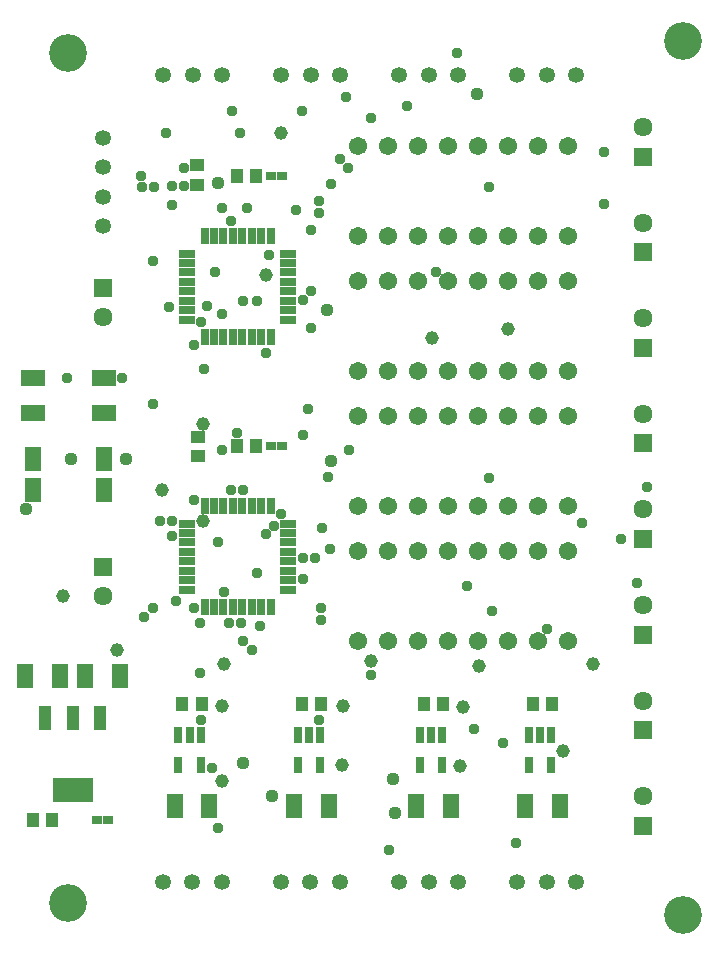
<source format=gbr>
G04 EAGLE Gerber RS-274X export*
G75*
%MOMM*%
%FSLAX34Y34*%
%LPD*%
%INSoldermask Top*%
%IPPOS*%
%AMOC8*
5,1,8,0,0,1.08239X$1,22.5*%
G01*
G04 Define Apertures*
%ADD10C,3.203200*%
%ADD11R,1.367800X2.018500*%
%ADD12R,1.391900X1.998700*%
%ADD13R,0.903200X0.703200*%
%ADD14C,1.546600*%
%ADD15R,1.101100X2.063500*%
%ADD16R,3.392300X2.063500*%
%ADD17R,1.473200X0.762000*%
%ADD18R,0.762000X1.473200*%
%ADD19R,1.611200X1.611200*%
%ADD20C,1.611200*%
%ADD21C,1.351200*%
%ADD22R,1.001900X1.177100*%
%ADD23R,1.177100X1.001900*%
%ADD24R,0.800300X1.389600*%
%ADD25R,2.018500X1.367800*%
%ADD26C,1.109600*%
%ADD27C,1.159600*%
%ADD28C,0.959600*%
D10*
X60000Y790000D03*
X60000Y70000D03*
X580000Y800000D03*
X580000Y60000D03*
D11*
X103654Y262900D03*
X74146Y262900D03*
X23346Y262900D03*
X52854Y262900D03*
X149785Y152400D03*
X179293Y152400D03*
D12*
X29700Y446099D03*
X29700Y419901D03*
D11*
X250772Y152400D03*
X280280Y152400D03*
X354120Y152400D03*
X383628Y152400D03*
D12*
X89700Y446099D03*
X89700Y419901D03*
D11*
X446333Y152400D03*
X475841Y152400D03*
D13*
X93400Y140500D03*
X84400Y140500D03*
X240400Y686100D03*
X231400Y686100D03*
X240400Y457500D03*
X231400Y457500D03*
D14*
X304800Y292100D03*
X330200Y292100D03*
X355600Y292100D03*
X381000Y292100D03*
X406400Y292100D03*
X431800Y292100D03*
X457200Y292100D03*
X482600Y292100D03*
X482600Y368300D03*
X457200Y368300D03*
X431800Y368300D03*
X406400Y368300D03*
X381000Y368300D03*
X355600Y368300D03*
X330200Y368300D03*
X304800Y368300D03*
D15*
X86500Y227450D03*
X63500Y227450D03*
X40500Y227450D03*
D16*
X63500Y165950D03*
D17*
X160274Y620300D03*
X160274Y612300D03*
X160274Y604300D03*
X160274Y596300D03*
X160274Y588300D03*
X160274Y580300D03*
X160274Y572300D03*
X160274Y564300D03*
D18*
X175200Y549374D03*
X183200Y549374D03*
X191200Y549374D03*
X199200Y549374D03*
X207200Y549374D03*
X215200Y549374D03*
X223200Y549374D03*
X231200Y549374D03*
D17*
X246126Y564300D03*
X246126Y572300D03*
X246126Y580300D03*
X246126Y588300D03*
X246126Y596300D03*
X246126Y604300D03*
X246126Y612300D03*
X246126Y620300D03*
D18*
X231200Y635226D03*
X223200Y635226D03*
X215200Y635226D03*
X207200Y635226D03*
X199200Y635226D03*
X191200Y635226D03*
X183200Y635226D03*
X175200Y635226D03*
D14*
X304800Y635000D03*
X330200Y635000D03*
X355600Y635000D03*
X381000Y635000D03*
X406400Y635000D03*
X431800Y635000D03*
X457200Y635000D03*
X482600Y635000D03*
X482600Y711200D03*
X457200Y711200D03*
X431800Y711200D03*
X406400Y711200D03*
X381000Y711200D03*
X355600Y711200D03*
X330200Y711200D03*
X304800Y711200D03*
X304800Y520700D03*
X330200Y520700D03*
X355600Y520700D03*
X381000Y520700D03*
X406400Y520700D03*
X431800Y520700D03*
X457200Y520700D03*
X482600Y520700D03*
X482600Y596900D03*
X457200Y596900D03*
X431800Y596900D03*
X406400Y596900D03*
X381000Y596900D03*
X355600Y596900D03*
X330200Y596900D03*
X304800Y596900D03*
D17*
X160274Y391700D03*
X160274Y383700D03*
X160274Y375700D03*
X160274Y367700D03*
X160274Y359700D03*
X160274Y351700D03*
X160274Y343700D03*
X160274Y335700D03*
D18*
X175200Y320774D03*
X183200Y320774D03*
X191200Y320774D03*
X199200Y320774D03*
X207200Y320774D03*
X215200Y320774D03*
X223200Y320774D03*
X231200Y320774D03*
D17*
X246126Y335700D03*
X246126Y343700D03*
X246126Y351700D03*
X246126Y359700D03*
X246126Y367700D03*
X246126Y375700D03*
X246126Y383700D03*
X246126Y391700D03*
D18*
X231200Y406626D03*
X223200Y406626D03*
X215200Y406626D03*
X207200Y406626D03*
X199200Y406626D03*
X191200Y406626D03*
X183200Y406626D03*
X175200Y406626D03*
D14*
X304800Y406400D03*
X330200Y406400D03*
X355600Y406400D03*
X381000Y406400D03*
X406400Y406400D03*
X431800Y406400D03*
X457200Y406400D03*
X482600Y406400D03*
X482600Y482600D03*
X457200Y482600D03*
X431800Y482600D03*
X406400Y482600D03*
X381000Y482600D03*
X355600Y482600D03*
X330200Y482600D03*
X304800Y482600D03*
D19*
X546100Y702400D03*
D20*
X546100Y727400D03*
D19*
X546100Y621457D03*
D20*
X546100Y646457D03*
D19*
X546100Y540514D03*
D20*
X546100Y565514D03*
D19*
X546100Y459571D03*
D20*
X546100Y484571D03*
D19*
X546100Y378629D03*
D20*
X546100Y403629D03*
D19*
X546100Y297686D03*
D20*
X546100Y322686D03*
D19*
X546100Y216743D03*
D20*
X546100Y241743D03*
D19*
X546100Y135800D03*
D20*
X546100Y160800D03*
D21*
X190300Y771100D03*
X165300Y771100D03*
X140300Y771100D03*
X290200Y771100D03*
X265200Y771100D03*
X240200Y771100D03*
X390100Y771100D03*
X365100Y771100D03*
X340100Y771100D03*
X490000Y771100D03*
X465000Y771100D03*
X440000Y771100D03*
X139700Y88200D03*
X164700Y88200D03*
X189700Y88200D03*
X239800Y88200D03*
X264800Y88200D03*
X289800Y88200D03*
X339900Y88200D03*
X364900Y88200D03*
X389900Y88200D03*
X440000Y88200D03*
X465000Y88200D03*
X490000Y88200D03*
D19*
X88900Y355300D03*
D20*
X88900Y330300D03*
D22*
X46252Y140500D03*
X29948Y140500D03*
X218652Y686100D03*
X202348Y686100D03*
D23*
X168500Y694952D03*
X168500Y678648D03*
D22*
X156322Y238700D03*
X172626Y238700D03*
X257309Y238700D03*
X273613Y238700D03*
X452974Y238700D03*
X469278Y238700D03*
D23*
X169900Y464952D03*
X169900Y448648D03*
D22*
X218652Y457500D03*
X202348Y457500D03*
X360761Y238700D03*
X377065Y238700D03*
D21*
X88900Y718500D03*
X88900Y693500D03*
X88900Y668500D03*
X88900Y643500D03*
D19*
X88900Y591500D03*
D20*
X88900Y566500D03*
D24*
X172139Y212644D03*
X162639Y212644D03*
X153139Y212644D03*
X153139Y187356D03*
X172139Y187356D03*
X273126Y212644D03*
X263626Y212644D03*
X254126Y212644D03*
X254126Y187356D03*
X273126Y187356D03*
X376474Y212644D03*
X366974Y212644D03*
X357474Y212644D03*
X357474Y187356D03*
X376474Y187356D03*
X468687Y212644D03*
X459187Y212644D03*
X449687Y212644D03*
X449687Y187356D03*
X468687Y187356D03*
D25*
X30000Y514754D03*
X30000Y485246D03*
X90000Y514754D03*
X90000Y485246D03*
D26*
X207500Y188750D03*
X232500Y161250D03*
X336250Y146250D03*
X335000Y175000D03*
X406250Y755000D03*
X186250Y680000D03*
X62500Y446250D03*
X108750Y446250D03*
X278750Y572500D03*
X282500Y445000D03*
X23750Y403750D03*
D27*
X240000Y722500D03*
X227500Y602500D03*
X173750Y393750D03*
X173750Y476250D03*
X55000Y330000D03*
X138750Y420000D03*
X190000Y237500D03*
X190000Y173750D03*
X316250Y275000D03*
X191250Y272500D03*
D28*
X121250Y686250D03*
X190000Y453750D03*
X197500Y420000D03*
X197500Y647500D03*
X157500Y692500D03*
X157500Y677500D03*
X252500Y657500D03*
X257500Y741250D03*
X346250Y745000D03*
X272500Y665000D03*
X295000Y752500D03*
X265000Y640000D03*
X230000Y618750D03*
X198750Y741250D03*
X172500Y225000D03*
X183750Y605000D03*
X272500Y225000D03*
X258750Y581250D03*
X123750Y312500D03*
X220000Y580000D03*
X220000Y350000D03*
X177500Y576250D03*
X147500Y661250D03*
X132500Y676250D03*
X142500Y722500D03*
X316250Y735000D03*
X145000Y575000D03*
X272500Y655000D03*
X290000Y700000D03*
X205000Y722500D03*
X122500Y676250D03*
X371250Y605000D03*
X131250Y613750D03*
X190000Y568750D03*
X190000Y658750D03*
X147500Y677500D03*
X207500Y580000D03*
X211250Y658750D03*
X282500Y678750D03*
X296250Y692500D03*
X388750Y790000D03*
X166250Y542500D03*
X175000Y522500D03*
X227500Y536250D03*
X172500Y562500D03*
X416250Y676250D03*
X513750Y706250D03*
X513750Y662500D03*
D27*
X292500Y237500D03*
X291250Y187500D03*
X432500Y556250D03*
X367500Y548750D03*
D28*
X202500Y468750D03*
X207500Y420000D03*
X397500Y338750D03*
X541250Y341250D03*
X465000Y302500D03*
X495000Y392500D03*
X550000Y422500D03*
X527500Y378750D03*
D27*
X101250Y285000D03*
D28*
X403750Y217500D03*
X418750Y317500D03*
X273750Y320000D03*
X268750Y362500D03*
X273750Y310000D03*
X258750Y345000D03*
X227500Y382500D03*
X233750Y390000D03*
X240000Y400000D03*
X281250Y370000D03*
X331250Y115000D03*
X196250Y307500D03*
X416250Y430000D03*
X206250Y307500D03*
X207500Y292500D03*
X131250Y320000D03*
X151250Y326250D03*
X181250Y185000D03*
X427500Y206250D03*
X275000Y387500D03*
X186250Y376250D03*
X222500Y305000D03*
X137500Y393750D03*
X147500Y393750D03*
X131250Y492500D03*
X262500Y488750D03*
X297500Y453750D03*
X147500Y381250D03*
X186250Y133750D03*
X438750Y121250D03*
X191250Y333750D03*
X215000Y285000D03*
X171250Y307500D03*
X171250Y265000D03*
X316250Y263750D03*
X166250Y320000D03*
X166250Y411250D03*
X280000Y431250D03*
D27*
X393750Y236250D03*
X391250Y186250D03*
X407500Y271250D03*
X503750Y272500D03*
X478750Y198750D03*
D28*
X265000Y588750D03*
X265000Y557500D03*
X105000Y515000D03*
X58750Y515000D03*
X258750Y362500D03*
X258750Y466250D03*
M02*

</source>
